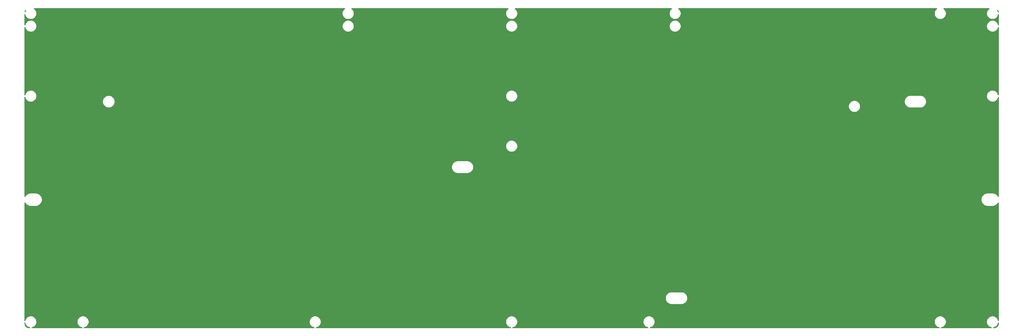
<source format=gbr>
%TF.GenerationSoftware,KiCad,Pcbnew,(5.1.9-0-10_14)*%
%TF.CreationDate,2021-02-02T06:14:29+09:00*%
%TF.ProjectId,Bottom_Plate_for_Jones_and_Unison,426f7474-6f6d-45f5-906c-6174655f666f,rev?*%
%TF.SameCoordinates,Original*%
%TF.FileFunction,Copper,L1,Top*%
%TF.FilePolarity,Positive*%
%FSLAX46Y46*%
G04 Gerber Fmt 4.6, Leading zero omitted, Abs format (unit mm)*
G04 Created by KiCad (PCBNEW (5.1.9-0-10_14)) date 2021-02-02 06:14:29*
%MOMM*%
%LPD*%
G01*
G04 APERTURE LIST*
%TA.AperFunction,NonConductor*%
%ADD10C,0.254000*%
%TD*%
%TA.AperFunction,NonConductor*%
%ADD11C,0.100000*%
%TD*%
G04 APERTURE END LIST*
D10*
X316565000Y-115111612D02*
X316538168Y-115385262D01*
X316469843Y-115611565D01*
X316358864Y-115820288D01*
X316209458Y-116003477D01*
X316027314Y-116154159D01*
X315819377Y-116266591D01*
X315593552Y-116336496D01*
X315322353Y-116365000D01*
X315121430Y-116365000D01*
X315356081Y-116318325D01*
X315671831Y-116187537D01*
X315955998Y-115997663D01*
X316197663Y-115755998D01*
X316387537Y-115471831D01*
X316518325Y-115156081D01*
X316565000Y-114921430D01*
X316565000Y-115111612D01*
%TA.AperFunction,NonConductor*%
D11*
G36*
X316565000Y-115111612D02*
G01*
X316538168Y-115385262D01*
X316469843Y-115611565D01*
X316358864Y-115820288D01*
X316209458Y-116003477D01*
X316027314Y-116154159D01*
X315819377Y-116266591D01*
X315593552Y-116336496D01*
X315322353Y-116365000D01*
X315121430Y-116365000D01*
X315356081Y-116318325D01*
X315671831Y-116187537D01*
X315955998Y-115997663D01*
X316197663Y-115755998D01*
X316387537Y-115471831D01*
X316518325Y-115156081D01*
X316565000Y-114921430D01*
X316565000Y-115111612D01*
G37*
%TD.AperFunction*%
D10*
X33181675Y-115156081D02*
X33312463Y-115471831D01*
X33502337Y-115755998D01*
X33744002Y-115997663D01*
X34028169Y-116187537D01*
X34343919Y-116318325D01*
X34578570Y-116365000D01*
X34388388Y-116365000D01*
X34114738Y-116338168D01*
X33888435Y-116269843D01*
X33679712Y-116158864D01*
X33496523Y-116009458D01*
X33345841Y-115827314D01*
X33233409Y-115619377D01*
X33163504Y-115393552D01*
X33135000Y-115122353D01*
X33135000Y-114921430D01*
X33181675Y-115156081D01*
%TA.AperFunction,NonConductor*%
D11*
G36*
X33181675Y-115156081D02*
G01*
X33312463Y-115471831D01*
X33502337Y-115755998D01*
X33744002Y-115997663D01*
X34028169Y-116187537D01*
X34343919Y-116318325D01*
X34578570Y-116365000D01*
X34388388Y-116365000D01*
X34114738Y-116338168D01*
X33888435Y-116269843D01*
X33679712Y-116158864D01*
X33496523Y-116009458D01*
X33345841Y-115827314D01*
X33233409Y-115619377D01*
X33163504Y-115393552D01*
X33135000Y-115122353D01*
X33135000Y-114921430D01*
X33181675Y-115156081D01*
G37*
%TD.AperFunction*%
D10*
X126144002Y-23402337D02*
X125902337Y-23644002D01*
X125712463Y-23928169D01*
X125581675Y-24243919D01*
X125515000Y-24579117D01*
X125515000Y-24920883D01*
X125581675Y-25256081D01*
X125712463Y-25571831D01*
X125902337Y-25855998D01*
X126144002Y-26097663D01*
X126428169Y-26287537D01*
X126743919Y-26418325D01*
X127079117Y-26485000D01*
X127420883Y-26485000D01*
X127756081Y-26418325D01*
X128071831Y-26287537D01*
X128355998Y-26097663D01*
X128597663Y-25855998D01*
X128787537Y-25571831D01*
X128918325Y-25256081D01*
X128985000Y-24920883D01*
X128985000Y-24579117D01*
X128918325Y-24243919D01*
X128787537Y-23928169D01*
X128597663Y-23644002D01*
X128355998Y-23402337D01*
X128255221Y-23335000D01*
X173844779Y-23335000D01*
X173744002Y-23402337D01*
X173502337Y-23644002D01*
X173312463Y-23928169D01*
X173181675Y-24243919D01*
X173115000Y-24579117D01*
X173115000Y-24920883D01*
X173181675Y-25256081D01*
X173312463Y-25571831D01*
X173502337Y-25855998D01*
X173744002Y-26097663D01*
X174028169Y-26287537D01*
X174343919Y-26418325D01*
X174679117Y-26485000D01*
X175020883Y-26485000D01*
X175356081Y-26418325D01*
X175671831Y-26287537D01*
X175955998Y-26097663D01*
X176197663Y-25855998D01*
X176387537Y-25571831D01*
X176518325Y-25256081D01*
X176585000Y-24920883D01*
X176585000Y-24579117D01*
X176518325Y-24243919D01*
X176387537Y-23928169D01*
X176197663Y-23644002D01*
X175955998Y-23402337D01*
X175855221Y-23335000D01*
X221444779Y-23335000D01*
X221344002Y-23402337D01*
X221102337Y-23644002D01*
X220912463Y-23928169D01*
X220781675Y-24243919D01*
X220715000Y-24579117D01*
X220715000Y-24920883D01*
X220781675Y-25256081D01*
X220912463Y-25571831D01*
X221102337Y-25855998D01*
X221344002Y-26097663D01*
X221628169Y-26287537D01*
X221943919Y-26418325D01*
X222279117Y-26485000D01*
X222620883Y-26485000D01*
X222956081Y-26418325D01*
X223271831Y-26287537D01*
X223555998Y-26097663D01*
X223797663Y-25855998D01*
X223987537Y-25571831D01*
X224118325Y-25256081D01*
X224185000Y-24920883D01*
X224185000Y-24579117D01*
X224118325Y-24243919D01*
X223987537Y-23928169D01*
X223797663Y-23644002D01*
X223555998Y-23402337D01*
X223455221Y-23335000D01*
X298644779Y-23335000D01*
X298544002Y-23402337D01*
X298302337Y-23644002D01*
X298112463Y-23928169D01*
X297981675Y-24243919D01*
X297915000Y-24579117D01*
X297915000Y-24920883D01*
X297981675Y-25256081D01*
X298112463Y-25571831D01*
X298302337Y-25855998D01*
X298544002Y-26097663D01*
X298828169Y-26287537D01*
X299143919Y-26418325D01*
X299479117Y-26485000D01*
X299820883Y-26485000D01*
X300156081Y-26418325D01*
X300471831Y-26287537D01*
X300755998Y-26097663D01*
X300997663Y-25855998D01*
X301187537Y-25571831D01*
X301318325Y-25256081D01*
X301385000Y-24920883D01*
X301385000Y-24579117D01*
X301318325Y-24243919D01*
X301187537Y-23928169D01*
X300997663Y-23644002D01*
X300755998Y-23402337D01*
X300655221Y-23335000D01*
X313844779Y-23335000D01*
X313744002Y-23402337D01*
X313502337Y-23644002D01*
X313312463Y-23928169D01*
X313181675Y-24243919D01*
X313115000Y-24579117D01*
X313115000Y-24920883D01*
X313181675Y-25256081D01*
X313312463Y-25571831D01*
X313502337Y-25855998D01*
X313744002Y-26097663D01*
X314028169Y-26287537D01*
X314343919Y-26418325D01*
X314679117Y-26485000D01*
X315020883Y-26485000D01*
X315356081Y-26418325D01*
X315671831Y-26287537D01*
X315955998Y-26097663D01*
X316197663Y-25855998D01*
X316387537Y-25571831D01*
X316518325Y-25256081D01*
X316565001Y-25021425D01*
X316565001Y-28178575D01*
X316518325Y-27943919D01*
X316387537Y-27628169D01*
X316197663Y-27344002D01*
X315955998Y-27102337D01*
X315671831Y-26912463D01*
X315356081Y-26781675D01*
X315020883Y-26715000D01*
X314679117Y-26715000D01*
X314343919Y-26781675D01*
X314028169Y-26912463D01*
X313744002Y-27102337D01*
X313502337Y-27344002D01*
X313312463Y-27628169D01*
X313181675Y-27943919D01*
X313115000Y-28279117D01*
X313115000Y-28620883D01*
X313181675Y-28956081D01*
X313312463Y-29271831D01*
X313502337Y-29555998D01*
X313744002Y-29797663D01*
X314028169Y-29987537D01*
X314343919Y-30118325D01*
X314679117Y-30185000D01*
X315020883Y-30185000D01*
X315356081Y-30118325D01*
X315671831Y-29987537D01*
X315955998Y-29797663D01*
X316197663Y-29555998D01*
X316387537Y-29271831D01*
X316518325Y-28956081D01*
X316565001Y-28721425D01*
X316565001Y-48578574D01*
X316518325Y-48343919D01*
X316387537Y-48028169D01*
X316197663Y-47744002D01*
X315955998Y-47502337D01*
X315671831Y-47312463D01*
X315356081Y-47181675D01*
X315020883Y-47115000D01*
X314679117Y-47115000D01*
X314343919Y-47181675D01*
X314028169Y-47312463D01*
X313744002Y-47502337D01*
X313502337Y-47744002D01*
X313312463Y-48028169D01*
X313181675Y-48343919D01*
X313115000Y-48679117D01*
X313115000Y-49020883D01*
X313181675Y-49356081D01*
X313312463Y-49671831D01*
X313502337Y-49955998D01*
X313744002Y-50197663D01*
X314028169Y-50387537D01*
X314343919Y-50518325D01*
X314679117Y-50585000D01*
X315020883Y-50585000D01*
X315356081Y-50518325D01*
X315671831Y-50387537D01*
X315955998Y-50197663D01*
X316197663Y-49955998D01*
X316387537Y-49671831D01*
X316518325Y-49356081D01*
X316565001Y-49121426D01*
X316565000Y-78153719D01*
X316466678Y-77969770D01*
X316224872Y-77675128D01*
X315930230Y-77433322D01*
X315594075Y-77253644D01*
X315229326Y-77142998D01*
X314945055Y-77115000D01*
X313354945Y-77115000D01*
X313070674Y-77142998D01*
X312705925Y-77253644D01*
X312369770Y-77433322D01*
X312075128Y-77675128D01*
X311833322Y-77969770D01*
X311653644Y-78305925D01*
X311542998Y-78670674D01*
X311505638Y-79050000D01*
X311542998Y-79429326D01*
X311653644Y-79794075D01*
X311833322Y-80130230D01*
X312075128Y-80424872D01*
X312369770Y-80666678D01*
X312705925Y-80846356D01*
X313070674Y-80957002D01*
X313354945Y-80985000D01*
X314945055Y-80985000D01*
X315229326Y-80957002D01*
X315594075Y-80846356D01*
X315930230Y-80666678D01*
X316224872Y-80424872D01*
X316466678Y-80130230D01*
X316565000Y-79946281D01*
X316565000Y-114378570D01*
X316518325Y-114143919D01*
X316387537Y-113828169D01*
X316197663Y-113544002D01*
X315955998Y-113302337D01*
X315671831Y-113112463D01*
X315356081Y-112981675D01*
X315020883Y-112915000D01*
X314679117Y-112915000D01*
X314343919Y-112981675D01*
X314028169Y-113112463D01*
X313744002Y-113302337D01*
X313502337Y-113544002D01*
X313312463Y-113828169D01*
X313181675Y-114143919D01*
X313115000Y-114479117D01*
X313115000Y-114820883D01*
X313181675Y-115156081D01*
X313312463Y-115471831D01*
X313502337Y-115755998D01*
X313744002Y-115997663D01*
X314028169Y-116187537D01*
X314343919Y-116318325D01*
X314578570Y-116365000D01*
X299921430Y-116365000D01*
X300156081Y-116318325D01*
X300471831Y-116187537D01*
X300755998Y-115997663D01*
X300997663Y-115755998D01*
X301187537Y-115471831D01*
X301318325Y-115156081D01*
X301385000Y-114820883D01*
X301385000Y-114479117D01*
X301318325Y-114143919D01*
X301187537Y-113828169D01*
X300997663Y-113544002D01*
X300755998Y-113302337D01*
X300471831Y-113112463D01*
X300156081Y-112981675D01*
X299820883Y-112915000D01*
X299479117Y-112915000D01*
X299143919Y-112981675D01*
X298828169Y-113112463D01*
X298544002Y-113302337D01*
X298302337Y-113544002D01*
X298112463Y-113828169D01*
X297981675Y-114143919D01*
X297915000Y-114479117D01*
X297915000Y-114820883D01*
X297981675Y-115156081D01*
X298112463Y-115471831D01*
X298302337Y-115755998D01*
X298544002Y-115997663D01*
X298828169Y-116187537D01*
X299143919Y-116318325D01*
X299378570Y-116365000D01*
X215121430Y-116365000D01*
X215356081Y-116318325D01*
X215671831Y-116187537D01*
X215955998Y-115997663D01*
X216197663Y-115755998D01*
X216387537Y-115471831D01*
X216518325Y-115156081D01*
X216585000Y-114820883D01*
X216585000Y-114479117D01*
X216518325Y-114143919D01*
X216387537Y-113828169D01*
X216197663Y-113544002D01*
X215955998Y-113302337D01*
X215671831Y-113112463D01*
X215356081Y-112981675D01*
X215020883Y-112915000D01*
X214679117Y-112915000D01*
X214343919Y-112981675D01*
X214028169Y-113112463D01*
X213744002Y-113302337D01*
X213502337Y-113544002D01*
X213312463Y-113828169D01*
X213181675Y-114143919D01*
X213115000Y-114479117D01*
X213115000Y-114820883D01*
X213181675Y-115156081D01*
X213312463Y-115471831D01*
X213502337Y-115755998D01*
X213744002Y-115997663D01*
X214028169Y-116187537D01*
X214343919Y-116318325D01*
X214578570Y-116365000D01*
X175121430Y-116365000D01*
X175356081Y-116318325D01*
X175671831Y-116187537D01*
X175955998Y-115997663D01*
X176197663Y-115755998D01*
X176387537Y-115471831D01*
X176518325Y-115156081D01*
X176585000Y-114820883D01*
X176585000Y-114479117D01*
X176518325Y-114143919D01*
X176387537Y-113828169D01*
X176197663Y-113544002D01*
X175955998Y-113302337D01*
X175671831Y-113112463D01*
X175356081Y-112981675D01*
X175020883Y-112915000D01*
X174679117Y-112915000D01*
X174343919Y-112981675D01*
X174028169Y-113112463D01*
X173744002Y-113302337D01*
X173502337Y-113544002D01*
X173312463Y-113828169D01*
X173181675Y-114143919D01*
X173115000Y-114479117D01*
X173115000Y-114820883D01*
X173181675Y-115156081D01*
X173312463Y-115471831D01*
X173502337Y-115755998D01*
X173744002Y-115997663D01*
X174028169Y-116187537D01*
X174343919Y-116318325D01*
X174578570Y-116365000D01*
X117921430Y-116365000D01*
X118156081Y-116318325D01*
X118471831Y-116187537D01*
X118755998Y-115997663D01*
X118997663Y-115755998D01*
X119187537Y-115471831D01*
X119318325Y-115156081D01*
X119385000Y-114820883D01*
X119385000Y-114479117D01*
X119318325Y-114143919D01*
X119187537Y-113828169D01*
X118997663Y-113544002D01*
X118755998Y-113302337D01*
X118471831Y-113112463D01*
X118156081Y-112981675D01*
X117820883Y-112915000D01*
X117479117Y-112915000D01*
X117143919Y-112981675D01*
X116828169Y-113112463D01*
X116544002Y-113302337D01*
X116302337Y-113544002D01*
X116112463Y-113828169D01*
X115981675Y-114143919D01*
X115915000Y-114479117D01*
X115915000Y-114820883D01*
X115981675Y-115156081D01*
X116112463Y-115471831D01*
X116302337Y-115755998D01*
X116544002Y-115997663D01*
X116828169Y-116187537D01*
X117143919Y-116318325D01*
X117378570Y-116365000D01*
X50321430Y-116365000D01*
X50556081Y-116318325D01*
X50871831Y-116187537D01*
X51155998Y-115997663D01*
X51397663Y-115755998D01*
X51587537Y-115471831D01*
X51718325Y-115156081D01*
X51785000Y-114820883D01*
X51785000Y-114479117D01*
X51718325Y-114143919D01*
X51587537Y-113828169D01*
X51397663Y-113544002D01*
X51155998Y-113302337D01*
X50871831Y-113112463D01*
X50556081Y-112981675D01*
X50220883Y-112915000D01*
X49879117Y-112915000D01*
X49543919Y-112981675D01*
X49228169Y-113112463D01*
X48944002Y-113302337D01*
X48702337Y-113544002D01*
X48512463Y-113828169D01*
X48381675Y-114143919D01*
X48315000Y-114479117D01*
X48315000Y-114820883D01*
X48381675Y-115156081D01*
X48512463Y-115471831D01*
X48702337Y-115755998D01*
X48944002Y-115997663D01*
X49228169Y-116187537D01*
X49543919Y-116318325D01*
X49778570Y-116365000D01*
X35121430Y-116365000D01*
X35356081Y-116318325D01*
X35671831Y-116187537D01*
X35955998Y-115997663D01*
X36197663Y-115755998D01*
X36387537Y-115471831D01*
X36518325Y-115156081D01*
X36585000Y-114820883D01*
X36585000Y-114479117D01*
X36518325Y-114143919D01*
X36387537Y-113828169D01*
X36197663Y-113544002D01*
X35955998Y-113302337D01*
X35671831Y-113112463D01*
X35356081Y-112981675D01*
X35020883Y-112915000D01*
X34679117Y-112915000D01*
X34343919Y-112981675D01*
X34028169Y-113112463D01*
X33744002Y-113302337D01*
X33502337Y-113544002D01*
X33312463Y-113828169D01*
X33181675Y-114143919D01*
X33135000Y-114378570D01*
X33135000Y-107750000D01*
X219606122Y-107750000D01*
X219641552Y-108109723D01*
X219746479Y-108455622D01*
X219916871Y-108774404D01*
X220146181Y-109053819D01*
X220425596Y-109283129D01*
X220744378Y-109453521D01*
X221090277Y-109558448D01*
X221359861Y-109585000D01*
X224340139Y-109585000D01*
X224609723Y-109558448D01*
X224955622Y-109453521D01*
X225274404Y-109283129D01*
X225553819Y-109053819D01*
X225783129Y-108774404D01*
X225953521Y-108455622D01*
X226058448Y-108109723D01*
X226093878Y-107750000D01*
X226058448Y-107390277D01*
X225953521Y-107044378D01*
X225783129Y-106725596D01*
X225553819Y-106446181D01*
X225274404Y-106216871D01*
X224955622Y-106046479D01*
X224609723Y-105941552D01*
X224340139Y-105915000D01*
X221359861Y-105915000D01*
X221090277Y-105941552D01*
X220744378Y-106046479D01*
X220425596Y-106216871D01*
X220146181Y-106446181D01*
X219916871Y-106725596D01*
X219746479Y-107044378D01*
X219641552Y-107390277D01*
X219606122Y-107750000D01*
X33135000Y-107750000D01*
X33135000Y-79946282D01*
X33233322Y-80130230D01*
X33475128Y-80424872D01*
X33769770Y-80666678D01*
X34105925Y-80846356D01*
X34470674Y-80957002D01*
X34754945Y-80985000D01*
X36345055Y-80985000D01*
X36629326Y-80957002D01*
X36994075Y-80846356D01*
X37330230Y-80666678D01*
X37624872Y-80424872D01*
X37866678Y-80130230D01*
X38046356Y-79794075D01*
X38157002Y-79429326D01*
X38194362Y-79050000D01*
X38157002Y-78670674D01*
X38046356Y-78305925D01*
X37866678Y-77969770D01*
X37624872Y-77675128D01*
X37330230Y-77433322D01*
X36994075Y-77253644D01*
X36629326Y-77142998D01*
X36345055Y-77115000D01*
X34754945Y-77115000D01*
X34470674Y-77142998D01*
X34105925Y-77253644D01*
X33769770Y-77433322D01*
X33475128Y-77675128D01*
X33233322Y-77969770D01*
X33135000Y-78153718D01*
X33135000Y-69550000D01*
X157306122Y-69550000D01*
X157341552Y-69909723D01*
X157446479Y-70255622D01*
X157616871Y-70574404D01*
X157846181Y-70853819D01*
X158125596Y-71083129D01*
X158444378Y-71253521D01*
X158790277Y-71358448D01*
X159059861Y-71385000D01*
X162040139Y-71385000D01*
X162309723Y-71358448D01*
X162655622Y-71253521D01*
X162974404Y-71083129D01*
X163253819Y-70853819D01*
X163483129Y-70574404D01*
X163653521Y-70255622D01*
X163758448Y-69909723D01*
X163793878Y-69550000D01*
X163758448Y-69190277D01*
X163653521Y-68844378D01*
X163483129Y-68525596D01*
X163253819Y-68246181D01*
X162974404Y-68016871D01*
X162655622Y-67846479D01*
X162309723Y-67741552D01*
X162040139Y-67715000D01*
X159059861Y-67715000D01*
X158790277Y-67741552D01*
X158444378Y-67846479D01*
X158125596Y-68016871D01*
X157846181Y-68246181D01*
X157616871Y-68525596D01*
X157446479Y-68844378D01*
X157341552Y-69190277D01*
X157306122Y-69550000D01*
X33135000Y-69550000D01*
X33135000Y-63279117D01*
X173115000Y-63279117D01*
X173115000Y-63620883D01*
X173181675Y-63956081D01*
X173312463Y-64271831D01*
X173502337Y-64555998D01*
X173744002Y-64797663D01*
X174028169Y-64987537D01*
X174343919Y-65118325D01*
X174679117Y-65185000D01*
X175020883Y-65185000D01*
X175356081Y-65118325D01*
X175671831Y-64987537D01*
X175955998Y-64797663D01*
X176197663Y-64555998D01*
X176387537Y-64271831D01*
X176518325Y-63956081D01*
X176585000Y-63620883D01*
X176585000Y-63279117D01*
X176518325Y-62943919D01*
X176387537Y-62628169D01*
X176197663Y-62344002D01*
X175955998Y-62102337D01*
X175671831Y-61912463D01*
X175356081Y-61781675D01*
X175020883Y-61715000D01*
X174679117Y-61715000D01*
X174343919Y-61781675D01*
X174028169Y-61912463D01*
X173744002Y-62102337D01*
X173502337Y-62344002D01*
X173312463Y-62628169D01*
X173181675Y-62943919D01*
X173115000Y-63279117D01*
X33135000Y-63279117D01*
X33135000Y-49121430D01*
X33181675Y-49356081D01*
X33312463Y-49671831D01*
X33502337Y-49955998D01*
X33744002Y-50197663D01*
X34028169Y-50387537D01*
X34343919Y-50518325D01*
X34679117Y-50585000D01*
X35020883Y-50585000D01*
X35356081Y-50518325D01*
X35671831Y-50387537D01*
X35848833Y-50269268D01*
X55715000Y-50269268D01*
X55715000Y-50630732D01*
X55785518Y-50985250D01*
X55923844Y-51319199D01*
X56124662Y-51619744D01*
X56380256Y-51875338D01*
X56680801Y-52076156D01*
X57014750Y-52214482D01*
X57369268Y-52285000D01*
X57730732Y-52285000D01*
X58085250Y-52214482D01*
X58419199Y-52076156D01*
X58719744Y-51875338D01*
X58915965Y-51679117D01*
X272915000Y-51679117D01*
X272915000Y-52020883D01*
X272981675Y-52356081D01*
X273112463Y-52671831D01*
X273302337Y-52955998D01*
X273544002Y-53197663D01*
X273828169Y-53387537D01*
X274143919Y-53518325D01*
X274479117Y-53585000D01*
X274820883Y-53585000D01*
X275156081Y-53518325D01*
X275471831Y-53387537D01*
X275755998Y-53197663D01*
X275997663Y-52955998D01*
X276187537Y-52671831D01*
X276318325Y-52356081D01*
X276385000Y-52020883D01*
X276385000Y-51679117D01*
X276318325Y-51343919D01*
X276187537Y-51028169D01*
X275997663Y-50744002D01*
X275755998Y-50502337D01*
X275677671Y-50450000D01*
X289156122Y-50450000D01*
X289191552Y-50809723D01*
X289296479Y-51155622D01*
X289466871Y-51474404D01*
X289696181Y-51753819D01*
X289975596Y-51983129D01*
X290294378Y-52153521D01*
X290640277Y-52258448D01*
X290909861Y-52285000D01*
X293890139Y-52285000D01*
X294159723Y-52258448D01*
X294505622Y-52153521D01*
X294824404Y-51983129D01*
X295103819Y-51753819D01*
X295333129Y-51474404D01*
X295503521Y-51155622D01*
X295608448Y-50809723D01*
X295643878Y-50450000D01*
X295608448Y-50090277D01*
X295503521Y-49744378D01*
X295333129Y-49425596D01*
X295103819Y-49146181D01*
X294824404Y-48916871D01*
X294505622Y-48746479D01*
X294159723Y-48641552D01*
X293890139Y-48615000D01*
X290909861Y-48615000D01*
X290640277Y-48641552D01*
X290294378Y-48746479D01*
X289975596Y-48916871D01*
X289696181Y-49146181D01*
X289466871Y-49425596D01*
X289296479Y-49744378D01*
X289191552Y-50090277D01*
X289156122Y-50450000D01*
X275677671Y-50450000D01*
X275471831Y-50312463D01*
X275156081Y-50181675D01*
X274820883Y-50115000D01*
X274479117Y-50115000D01*
X274143919Y-50181675D01*
X273828169Y-50312463D01*
X273544002Y-50502337D01*
X273302337Y-50744002D01*
X273112463Y-51028169D01*
X272981675Y-51343919D01*
X272915000Y-51679117D01*
X58915965Y-51679117D01*
X58975338Y-51619744D01*
X59176156Y-51319199D01*
X59314482Y-50985250D01*
X59385000Y-50630732D01*
X59385000Y-50269268D01*
X59314482Y-49914750D01*
X59176156Y-49580801D01*
X58975338Y-49280256D01*
X58719744Y-49024662D01*
X58419199Y-48823844D01*
X58085250Y-48685518D01*
X58053070Y-48679117D01*
X173115000Y-48679117D01*
X173115000Y-49020883D01*
X173181675Y-49356081D01*
X173312463Y-49671831D01*
X173502337Y-49955998D01*
X173744002Y-50197663D01*
X174028169Y-50387537D01*
X174343919Y-50518325D01*
X174679117Y-50585000D01*
X175020883Y-50585000D01*
X175356081Y-50518325D01*
X175671831Y-50387537D01*
X175955998Y-50197663D01*
X176197663Y-49955998D01*
X176387537Y-49671831D01*
X176518325Y-49356081D01*
X176585000Y-49020883D01*
X176585000Y-48679117D01*
X176518325Y-48343919D01*
X176387537Y-48028169D01*
X176197663Y-47744002D01*
X175955998Y-47502337D01*
X175671831Y-47312463D01*
X175356081Y-47181675D01*
X175020883Y-47115000D01*
X174679117Y-47115000D01*
X174343919Y-47181675D01*
X174028169Y-47312463D01*
X173744002Y-47502337D01*
X173502337Y-47744002D01*
X173312463Y-48028169D01*
X173181675Y-48343919D01*
X173115000Y-48679117D01*
X58053070Y-48679117D01*
X57730732Y-48615000D01*
X57369268Y-48615000D01*
X57014750Y-48685518D01*
X56680801Y-48823844D01*
X56380256Y-49024662D01*
X56124662Y-49280256D01*
X55923844Y-49580801D01*
X55785518Y-49914750D01*
X55715000Y-50269268D01*
X35848833Y-50269268D01*
X35955998Y-50197663D01*
X36197663Y-49955998D01*
X36387537Y-49671831D01*
X36518325Y-49356081D01*
X36585000Y-49020883D01*
X36585000Y-48679117D01*
X36518325Y-48343919D01*
X36387537Y-48028169D01*
X36197663Y-47744002D01*
X35955998Y-47502337D01*
X35671831Y-47312463D01*
X35356081Y-47181675D01*
X35020883Y-47115000D01*
X34679117Y-47115000D01*
X34343919Y-47181675D01*
X34028169Y-47312463D01*
X33744002Y-47502337D01*
X33502337Y-47744002D01*
X33312463Y-48028169D01*
X33181675Y-48343919D01*
X33135000Y-48578570D01*
X33135000Y-28721430D01*
X33181675Y-28956081D01*
X33312463Y-29271831D01*
X33502337Y-29555998D01*
X33744002Y-29797663D01*
X34028169Y-29987537D01*
X34343919Y-30118325D01*
X34679117Y-30185000D01*
X35020883Y-30185000D01*
X35356081Y-30118325D01*
X35671831Y-29987537D01*
X35955998Y-29797663D01*
X36197663Y-29555998D01*
X36387537Y-29271831D01*
X36518325Y-28956081D01*
X36585000Y-28620883D01*
X36585000Y-28279117D01*
X125515000Y-28279117D01*
X125515000Y-28620883D01*
X125581675Y-28956081D01*
X125712463Y-29271831D01*
X125902337Y-29555998D01*
X126144002Y-29797663D01*
X126428169Y-29987537D01*
X126743919Y-30118325D01*
X127079117Y-30185000D01*
X127420883Y-30185000D01*
X127756081Y-30118325D01*
X128071831Y-29987537D01*
X128355998Y-29797663D01*
X128597663Y-29555998D01*
X128787537Y-29271831D01*
X128918325Y-28956081D01*
X128985000Y-28620883D01*
X128985000Y-28279117D01*
X173115000Y-28279117D01*
X173115000Y-28620883D01*
X173181675Y-28956081D01*
X173312463Y-29271831D01*
X173502337Y-29555998D01*
X173744002Y-29797663D01*
X174028169Y-29987537D01*
X174343919Y-30118325D01*
X174679117Y-30185000D01*
X175020883Y-30185000D01*
X175356081Y-30118325D01*
X175671831Y-29987537D01*
X175955998Y-29797663D01*
X176197663Y-29555998D01*
X176387537Y-29271831D01*
X176518325Y-28956081D01*
X176585000Y-28620883D01*
X176585000Y-28279117D01*
X220715000Y-28279117D01*
X220715000Y-28620883D01*
X220781675Y-28956081D01*
X220912463Y-29271831D01*
X221102337Y-29555998D01*
X221344002Y-29797663D01*
X221628169Y-29987537D01*
X221943919Y-30118325D01*
X222279117Y-30185000D01*
X222620883Y-30185000D01*
X222956081Y-30118325D01*
X223271831Y-29987537D01*
X223555998Y-29797663D01*
X223797663Y-29555998D01*
X223987537Y-29271831D01*
X224118325Y-28956081D01*
X224185000Y-28620883D01*
X224185000Y-28279117D01*
X224118325Y-27943919D01*
X223987537Y-27628169D01*
X223797663Y-27344002D01*
X223555998Y-27102337D01*
X223271831Y-26912463D01*
X222956081Y-26781675D01*
X222620883Y-26715000D01*
X222279117Y-26715000D01*
X221943919Y-26781675D01*
X221628169Y-26912463D01*
X221344002Y-27102337D01*
X221102337Y-27344002D01*
X220912463Y-27628169D01*
X220781675Y-27943919D01*
X220715000Y-28279117D01*
X176585000Y-28279117D01*
X176518325Y-27943919D01*
X176387537Y-27628169D01*
X176197663Y-27344002D01*
X175955998Y-27102337D01*
X175671831Y-26912463D01*
X175356081Y-26781675D01*
X175020883Y-26715000D01*
X174679117Y-26715000D01*
X174343919Y-26781675D01*
X174028169Y-26912463D01*
X173744002Y-27102337D01*
X173502337Y-27344002D01*
X173312463Y-27628169D01*
X173181675Y-27943919D01*
X173115000Y-28279117D01*
X128985000Y-28279117D01*
X128918325Y-27943919D01*
X128787537Y-27628169D01*
X128597663Y-27344002D01*
X128355998Y-27102337D01*
X128071831Y-26912463D01*
X127756081Y-26781675D01*
X127420883Y-26715000D01*
X127079117Y-26715000D01*
X126743919Y-26781675D01*
X126428169Y-26912463D01*
X126144002Y-27102337D01*
X125902337Y-27344002D01*
X125712463Y-27628169D01*
X125581675Y-27943919D01*
X125515000Y-28279117D01*
X36585000Y-28279117D01*
X36518325Y-27943919D01*
X36387537Y-27628169D01*
X36197663Y-27344002D01*
X35955998Y-27102337D01*
X35671831Y-26912463D01*
X35356081Y-26781675D01*
X35020883Y-26715000D01*
X34679117Y-26715000D01*
X34343919Y-26781675D01*
X34028169Y-26912463D01*
X33744002Y-27102337D01*
X33502337Y-27344002D01*
X33312463Y-27628169D01*
X33181675Y-27943919D01*
X33135000Y-28178570D01*
X33135000Y-25021430D01*
X33181675Y-25256081D01*
X33312463Y-25571831D01*
X33502337Y-25855998D01*
X33744002Y-26097663D01*
X34028169Y-26287537D01*
X34343919Y-26418325D01*
X34679117Y-26485000D01*
X35020883Y-26485000D01*
X35356081Y-26418325D01*
X35671831Y-26287537D01*
X35955998Y-26097663D01*
X36197663Y-25855998D01*
X36387537Y-25571831D01*
X36518325Y-25256081D01*
X36585000Y-24920883D01*
X36585000Y-24579117D01*
X36518325Y-24243919D01*
X36387537Y-23928169D01*
X36197663Y-23644002D01*
X35955998Y-23402337D01*
X35855221Y-23335000D01*
X126244779Y-23335000D01*
X126144002Y-23402337D01*
%TA.AperFunction,NonConductor*%
D11*
G36*
X126144002Y-23402337D02*
G01*
X125902337Y-23644002D01*
X125712463Y-23928169D01*
X125581675Y-24243919D01*
X125515000Y-24579117D01*
X125515000Y-24920883D01*
X125581675Y-25256081D01*
X125712463Y-25571831D01*
X125902337Y-25855998D01*
X126144002Y-26097663D01*
X126428169Y-26287537D01*
X126743919Y-26418325D01*
X127079117Y-26485000D01*
X127420883Y-26485000D01*
X127756081Y-26418325D01*
X128071831Y-26287537D01*
X128355998Y-26097663D01*
X128597663Y-25855998D01*
X128787537Y-25571831D01*
X128918325Y-25256081D01*
X128985000Y-24920883D01*
X128985000Y-24579117D01*
X128918325Y-24243919D01*
X128787537Y-23928169D01*
X128597663Y-23644002D01*
X128355998Y-23402337D01*
X128255221Y-23335000D01*
X173844779Y-23335000D01*
X173744002Y-23402337D01*
X173502337Y-23644002D01*
X173312463Y-23928169D01*
X173181675Y-24243919D01*
X173115000Y-24579117D01*
X173115000Y-24920883D01*
X173181675Y-25256081D01*
X173312463Y-25571831D01*
X173502337Y-25855998D01*
X173744002Y-26097663D01*
X174028169Y-26287537D01*
X174343919Y-26418325D01*
X174679117Y-26485000D01*
X175020883Y-26485000D01*
X175356081Y-26418325D01*
X175671831Y-26287537D01*
X175955998Y-26097663D01*
X176197663Y-25855998D01*
X176387537Y-25571831D01*
X176518325Y-25256081D01*
X176585000Y-24920883D01*
X176585000Y-24579117D01*
X176518325Y-24243919D01*
X176387537Y-23928169D01*
X176197663Y-23644002D01*
X175955998Y-23402337D01*
X175855221Y-23335000D01*
X221444779Y-23335000D01*
X221344002Y-23402337D01*
X221102337Y-23644002D01*
X220912463Y-23928169D01*
X220781675Y-24243919D01*
X220715000Y-24579117D01*
X220715000Y-24920883D01*
X220781675Y-25256081D01*
X220912463Y-25571831D01*
X221102337Y-25855998D01*
X221344002Y-26097663D01*
X221628169Y-26287537D01*
X221943919Y-26418325D01*
X222279117Y-26485000D01*
X222620883Y-26485000D01*
X222956081Y-26418325D01*
X223271831Y-26287537D01*
X223555998Y-26097663D01*
X223797663Y-25855998D01*
X223987537Y-25571831D01*
X224118325Y-25256081D01*
X224185000Y-24920883D01*
X224185000Y-24579117D01*
X224118325Y-24243919D01*
X223987537Y-23928169D01*
X223797663Y-23644002D01*
X223555998Y-23402337D01*
X223455221Y-23335000D01*
X298644779Y-23335000D01*
X298544002Y-23402337D01*
X298302337Y-23644002D01*
X298112463Y-23928169D01*
X297981675Y-24243919D01*
X297915000Y-24579117D01*
X297915000Y-24920883D01*
X297981675Y-25256081D01*
X298112463Y-25571831D01*
X298302337Y-25855998D01*
X298544002Y-26097663D01*
X298828169Y-26287537D01*
X299143919Y-26418325D01*
X299479117Y-26485000D01*
X299820883Y-26485000D01*
X300156081Y-26418325D01*
X300471831Y-26287537D01*
X300755998Y-26097663D01*
X300997663Y-25855998D01*
X301187537Y-25571831D01*
X301318325Y-25256081D01*
X301385000Y-24920883D01*
X301385000Y-24579117D01*
X301318325Y-24243919D01*
X301187537Y-23928169D01*
X300997663Y-23644002D01*
X300755998Y-23402337D01*
X300655221Y-23335000D01*
X313844779Y-23335000D01*
X313744002Y-23402337D01*
X313502337Y-23644002D01*
X313312463Y-23928169D01*
X313181675Y-24243919D01*
X313115000Y-24579117D01*
X313115000Y-24920883D01*
X313181675Y-25256081D01*
X313312463Y-25571831D01*
X313502337Y-25855998D01*
X313744002Y-26097663D01*
X314028169Y-26287537D01*
X314343919Y-26418325D01*
X314679117Y-26485000D01*
X315020883Y-26485000D01*
X315356081Y-26418325D01*
X315671831Y-26287537D01*
X315955998Y-26097663D01*
X316197663Y-25855998D01*
X316387537Y-25571831D01*
X316518325Y-25256081D01*
X316565001Y-25021425D01*
X316565001Y-28178575D01*
X316518325Y-27943919D01*
X316387537Y-27628169D01*
X316197663Y-27344002D01*
X315955998Y-27102337D01*
X315671831Y-26912463D01*
X315356081Y-26781675D01*
X315020883Y-26715000D01*
X314679117Y-26715000D01*
X314343919Y-26781675D01*
X314028169Y-26912463D01*
X313744002Y-27102337D01*
X313502337Y-27344002D01*
X313312463Y-27628169D01*
X313181675Y-27943919D01*
X313115000Y-28279117D01*
X313115000Y-28620883D01*
X313181675Y-28956081D01*
X313312463Y-29271831D01*
X313502337Y-29555998D01*
X313744002Y-29797663D01*
X314028169Y-29987537D01*
X314343919Y-30118325D01*
X314679117Y-30185000D01*
X315020883Y-30185000D01*
X315356081Y-30118325D01*
X315671831Y-29987537D01*
X315955998Y-29797663D01*
X316197663Y-29555998D01*
X316387537Y-29271831D01*
X316518325Y-28956081D01*
X316565001Y-28721425D01*
X316565001Y-48578574D01*
X316518325Y-48343919D01*
X316387537Y-48028169D01*
X316197663Y-47744002D01*
X315955998Y-47502337D01*
X315671831Y-47312463D01*
X315356081Y-47181675D01*
X315020883Y-47115000D01*
X314679117Y-47115000D01*
X314343919Y-47181675D01*
X314028169Y-47312463D01*
X313744002Y-47502337D01*
X313502337Y-47744002D01*
X313312463Y-48028169D01*
X313181675Y-48343919D01*
X313115000Y-48679117D01*
X313115000Y-49020883D01*
X313181675Y-49356081D01*
X313312463Y-49671831D01*
X313502337Y-49955998D01*
X313744002Y-50197663D01*
X314028169Y-50387537D01*
X314343919Y-50518325D01*
X314679117Y-50585000D01*
X315020883Y-50585000D01*
X315356081Y-50518325D01*
X315671831Y-50387537D01*
X315955998Y-50197663D01*
X316197663Y-49955998D01*
X316387537Y-49671831D01*
X316518325Y-49356081D01*
X316565001Y-49121426D01*
X316565000Y-78153719D01*
X316466678Y-77969770D01*
X316224872Y-77675128D01*
X315930230Y-77433322D01*
X315594075Y-77253644D01*
X315229326Y-77142998D01*
X314945055Y-77115000D01*
X313354945Y-77115000D01*
X313070674Y-77142998D01*
X312705925Y-77253644D01*
X312369770Y-77433322D01*
X312075128Y-77675128D01*
X311833322Y-77969770D01*
X311653644Y-78305925D01*
X311542998Y-78670674D01*
X311505638Y-79050000D01*
X311542998Y-79429326D01*
X311653644Y-79794075D01*
X311833322Y-80130230D01*
X312075128Y-80424872D01*
X312369770Y-80666678D01*
X312705925Y-80846356D01*
X313070674Y-80957002D01*
X313354945Y-80985000D01*
X314945055Y-80985000D01*
X315229326Y-80957002D01*
X315594075Y-80846356D01*
X315930230Y-80666678D01*
X316224872Y-80424872D01*
X316466678Y-80130230D01*
X316565000Y-79946281D01*
X316565000Y-114378570D01*
X316518325Y-114143919D01*
X316387537Y-113828169D01*
X316197663Y-113544002D01*
X315955998Y-113302337D01*
X315671831Y-113112463D01*
X315356081Y-112981675D01*
X315020883Y-112915000D01*
X314679117Y-112915000D01*
X314343919Y-112981675D01*
X314028169Y-113112463D01*
X313744002Y-113302337D01*
X313502337Y-113544002D01*
X313312463Y-113828169D01*
X313181675Y-114143919D01*
X313115000Y-114479117D01*
X313115000Y-114820883D01*
X313181675Y-115156081D01*
X313312463Y-115471831D01*
X313502337Y-115755998D01*
X313744002Y-115997663D01*
X314028169Y-116187537D01*
X314343919Y-116318325D01*
X314578570Y-116365000D01*
X299921430Y-116365000D01*
X300156081Y-116318325D01*
X300471831Y-116187537D01*
X300755998Y-115997663D01*
X300997663Y-115755998D01*
X301187537Y-115471831D01*
X301318325Y-115156081D01*
X301385000Y-114820883D01*
X301385000Y-114479117D01*
X301318325Y-114143919D01*
X301187537Y-113828169D01*
X300997663Y-113544002D01*
X300755998Y-113302337D01*
X300471831Y-113112463D01*
X300156081Y-112981675D01*
X299820883Y-112915000D01*
X299479117Y-112915000D01*
X299143919Y-112981675D01*
X298828169Y-113112463D01*
X298544002Y-113302337D01*
X298302337Y-113544002D01*
X298112463Y-113828169D01*
X297981675Y-114143919D01*
X297915000Y-114479117D01*
X297915000Y-114820883D01*
X297981675Y-115156081D01*
X298112463Y-115471831D01*
X298302337Y-115755998D01*
X298544002Y-115997663D01*
X298828169Y-116187537D01*
X299143919Y-116318325D01*
X299378570Y-116365000D01*
X215121430Y-116365000D01*
X215356081Y-116318325D01*
X215671831Y-116187537D01*
X215955998Y-115997663D01*
X216197663Y-115755998D01*
X216387537Y-115471831D01*
X216518325Y-115156081D01*
X216585000Y-114820883D01*
X216585000Y-114479117D01*
X216518325Y-114143919D01*
X216387537Y-113828169D01*
X216197663Y-113544002D01*
X215955998Y-113302337D01*
X215671831Y-113112463D01*
X215356081Y-112981675D01*
X215020883Y-112915000D01*
X214679117Y-112915000D01*
X214343919Y-112981675D01*
X214028169Y-113112463D01*
X213744002Y-113302337D01*
X213502337Y-113544002D01*
X213312463Y-113828169D01*
X213181675Y-114143919D01*
X213115000Y-114479117D01*
X213115000Y-114820883D01*
X213181675Y-115156081D01*
X213312463Y-115471831D01*
X213502337Y-115755998D01*
X213744002Y-115997663D01*
X214028169Y-116187537D01*
X214343919Y-116318325D01*
X214578570Y-116365000D01*
X175121430Y-116365000D01*
X175356081Y-116318325D01*
X175671831Y-116187537D01*
X175955998Y-115997663D01*
X176197663Y-115755998D01*
X176387537Y-115471831D01*
X176518325Y-115156081D01*
X176585000Y-114820883D01*
X176585000Y-114479117D01*
X176518325Y-114143919D01*
X176387537Y-113828169D01*
X176197663Y-113544002D01*
X175955998Y-113302337D01*
X175671831Y-113112463D01*
X175356081Y-112981675D01*
X175020883Y-112915000D01*
X174679117Y-112915000D01*
X174343919Y-112981675D01*
X174028169Y-113112463D01*
X173744002Y-113302337D01*
X173502337Y-113544002D01*
X173312463Y-113828169D01*
X173181675Y-114143919D01*
X173115000Y-114479117D01*
X173115000Y-114820883D01*
X173181675Y-115156081D01*
X173312463Y-115471831D01*
X173502337Y-115755998D01*
X173744002Y-115997663D01*
X174028169Y-116187537D01*
X174343919Y-116318325D01*
X174578570Y-116365000D01*
X117921430Y-116365000D01*
X118156081Y-116318325D01*
X118471831Y-116187537D01*
X118755998Y-115997663D01*
X118997663Y-115755998D01*
X119187537Y-115471831D01*
X119318325Y-115156081D01*
X119385000Y-114820883D01*
X119385000Y-114479117D01*
X119318325Y-114143919D01*
X119187537Y-113828169D01*
X118997663Y-113544002D01*
X118755998Y-113302337D01*
X118471831Y-113112463D01*
X118156081Y-112981675D01*
X117820883Y-112915000D01*
X117479117Y-112915000D01*
X117143919Y-112981675D01*
X116828169Y-113112463D01*
X116544002Y-113302337D01*
X116302337Y-113544002D01*
X116112463Y-113828169D01*
X115981675Y-114143919D01*
X115915000Y-114479117D01*
X115915000Y-114820883D01*
X115981675Y-115156081D01*
X116112463Y-115471831D01*
X116302337Y-115755998D01*
X116544002Y-115997663D01*
X116828169Y-116187537D01*
X117143919Y-116318325D01*
X117378570Y-116365000D01*
X50321430Y-116365000D01*
X50556081Y-116318325D01*
X50871831Y-116187537D01*
X51155998Y-115997663D01*
X51397663Y-115755998D01*
X51587537Y-115471831D01*
X51718325Y-115156081D01*
X51785000Y-114820883D01*
X51785000Y-114479117D01*
X51718325Y-114143919D01*
X51587537Y-113828169D01*
X51397663Y-113544002D01*
X51155998Y-113302337D01*
X50871831Y-113112463D01*
X50556081Y-112981675D01*
X50220883Y-112915000D01*
X49879117Y-112915000D01*
X49543919Y-112981675D01*
X49228169Y-113112463D01*
X48944002Y-113302337D01*
X48702337Y-113544002D01*
X48512463Y-113828169D01*
X48381675Y-114143919D01*
X48315000Y-114479117D01*
X48315000Y-114820883D01*
X48381675Y-115156081D01*
X48512463Y-115471831D01*
X48702337Y-115755998D01*
X48944002Y-115997663D01*
X49228169Y-116187537D01*
X49543919Y-116318325D01*
X49778570Y-116365000D01*
X35121430Y-116365000D01*
X35356081Y-116318325D01*
X35671831Y-116187537D01*
X35955998Y-115997663D01*
X36197663Y-115755998D01*
X36387537Y-115471831D01*
X36518325Y-115156081D01*
X36585000Y-114820883D01*
X36585000Y-114479117D01*
X36518325Y-114143919D01*
X36387537Y-113828169D01*
X36197663Y-113544002D01*
X35955998Y-113302337D01*
X35671831Y-113112463D01*
X35356081Y-112981675D01*
X35020883Y-112915000D01*
X34679117Y-112915000D01*
X34343919Y-112981675D01*
X34028169Y-113112463D01*
X33744002Y-113302337D01*
X33502337Y-113544002D01*
X33312463Y-113828169D01*
X33181675Y-114143919D01*
X33135000Y-114378570D01*
X33135000Y-107750000D01*
X219606122Y-107750000D01*
X219641552Y-108109723D01*
X219746479Y-108455622D01*
X219916871Y-108774404D01*
X220146181Y-109053819D01*
X220425596Y-109283129D01*
X220744378Y-109453521D01*
X221090277Y-109558448D01*
X221359861Y-109585000D01*
X224340139Y-109585000D01*
X224609723Y-109558448D01*
X224955622Y-109453521D01*
X225274404Y-109283129D01*
X225553819Y-109053819D01*
X225783129Y-108774404D01*
X225953521Y-108455622D01*
X226058448Y-108109723D01*
X226093878Y-107750000D01*
X226058448Y-107390277D01*
X225953521Y-107044378D01*
X225783129Y-106725596D01*
X225553819Y-106446181D01*
X225274404Y-106216871D01*
X224955622Y-106046479D01*
X224609723Y-105941552D01*
X224340139Y-105915000D01*
X221359861Y-105915000D01*
X221090277Y-105941552D01*
X220744378Y-106046479D01*
X220425596Y-106216871D01*
X220146181Y-106446181D01*
X219916871Y-106725596D01*
X219746479Y-107044378D01*
X219641552Y-107390277D01*
X219606122Y-107750000D01*
X33135000Y-107750000D01*
X33135000Y-79946282D01*
X33233322Y-80130230D01*
X33475128Y-80424872D01*
X33769770Y-80666678D01*
X34105925Y-80846356D01*
X34470674Y-80957002D01*
X34754945Y-80985000D01*
X36345055Y-80985000D01*
X36629326Y-80957002D01*
X36994075Y-80846356D01*
X37330230Y-80666678D01*
X37624872Y-80424872D01*
X37866678Y-80130230D01*
X38046356Y-79794075D01*
X38157002Y-79429326D01*
X38194362Y-79050000D01*
X38157002Y-78670674D01*
X38046356Y-78305925D01*
X37866678Y-77969770D01*
X37624872Y-77675128D01*
X37330230Y-77433322D01*
X36994075Y-77253644D01*
X36629326Y-77142998D01*
X36345055Y-77115000D01*
X34754945Y-77115000D01*
X34470674Y-77142998D01*
X34105925Y-77253644D01*
X33769770Y-77433322D01*
X33475128Y-77675128D01*
X33233322Y-77969770D01*
X33135000Y-78153718D01*
X33135000Y-69550000D01*
X157306122Y-69550000D01*
X157341552Y-69909723D01*
X157446479Y-70255622D01*
X157616871Y-70574404D01*
X157846181Y-70853819D01*
X158125596Y-71083129D01*
X158444378Y-71253521D01*
X158790277Y-71358448D01*
X159059861Y-71385000D01*
X162040139Y-71385000D01*
X162309723Y-71358448D01*
X162655622Y-71253521D01*
X162974404Y-71083129D01*
X163253819Y-70853819D01*
X163483129Y-70574404D01*
X163653521Y-70255622D01*
X163758448Y-69909723D01*
X163793878Y-69550000D01*
X163758448Y-69190277D01*
X163653521Y-68844378D01*
X163483129Y-68525596D01*
X163253819Y-68246181D01*
X162974404Y-68016871D01*
X162655622Y-67846479D01*
X162309723Y-67741552D01*
X162040139Y-67715000D01*
X159059861Y-67715000D01*
X158790277Y-67741552D01*
X158444378Y-67846479D01*
X158125596Y-68016871D01*
X157846181Y-68246181D01*
X157616871Y-68525596D01*
X157446479Y-68844378D01*
X157341552Y-69190277D01*
X157306122Y-69550000D01*
X33135000Y-69550000D01*
X33135000Y-63279117D01*
X173115000Y-63279117D01*
X173115000Y-63620883D01*
X173181675Y-63956081D01*
X173312463Y-64271831D01*
X173502337Y-64555998D01*
X173744002Y-64797663D01*
X174028169Y-64987537D01*
X174343919Y-65118325D01*
X174679117Y-65185000D01*
X175020883Y-65185000D01*
X175356081Y-65118325D01*
X175671831Y-64987537D01*
X175955998Y-64797663D01*
X176197663Y-64555998D01*
X176387537Y-64271831D01*
X176518325Y-63956081D01*
X176585000Y-63620883D01*
X176585000Y-63279117D01*
X176518325Y-62943919D01*
X176387537Y-62628169D01*
X176197663Y-62344002D01*
X175955998Y-62102337D01*
X175671831Y-61912463D01*
X175356081Y-61781675D01*
X175020883Y-61715000D01*
X174679117Y-61715000D01*
X174343919Y-61781675D01*
X174028169Y-61912463D01*
X173744002Y-62102337D01*
X173502337Y-62344002D01*
X173312463Y-62628169D01*
X173181675Y-62943919D01*
X173115000Y-63279117D01*
X33135000Y-63279117D01*
X33135000Y-49121430D01*
X33181675Y-49356081D01*
X33312463Y-49671831D01*
X33502337Y-49955998D01*
X33744002Y-50197663D01*
X34028169Y-50387537D01*
X34343919Y-50518325D01*
X34679117Y-50585000D01*
X35020883Y-50585000D01*
X35356081Y-50518325D01*
X35671831Y-50387537D01*
X35848833Y-50269268D01*
X55715000Y-50269268D01*
X55715000Y-50630732D01*
X55785518Y-50985250D01*
X55923844Y-51319199D01*
X56124662Y-51619744D01*
X56380256Y-51875338D01*
X56680801Y-52076156D01*
X57014750Y-52214482D01*
X57369268Y-52285000D01*
X57730732Y-52285000D01*
X58085250Y-52214482D01*
X58419199Y-52076156D01*
X58719744Y-51875338D01*
X58915965Y-51679117D01*
X272915000Y-51679117D01*
X272915000Y-52020883D01*
X272981675Y-52356081D01*
X273112463Y-52671831D01*
X273302337Y-52955998D01*
X273544002Y-53197663D01*
X273828169Y-53387537D01*
X274143919Y-53518325D01*
X274479117Y-53585000D01*
X274820883Y-53585000D01*
X275156081Y-53518325D01*
X275471831Y-53387537D01*
X275755998Y-53197663D01*
X275997663Y-52955998D01*
X276187537Y-52671831D01*
X276318325Y-52356081D01*
X276385000Y-52020883D01*
X276385000Y-51679117D01*
X276318325Y-51343919D01*
X276187537Y-51028169D01*
X275997663Y-50744002D01*
X275755998Y-50502337D01*
X275677671Y-50450000D01*
X289156122Y-50450000D01*
X289191552Y-50809723D01*
X289296479Y-51155622D01*
X289466871Y-51474404D01*
X289696181Y-51753819D01*
X289975596Y-51983129D01*
X290294378Y-52153521D01*
X290640277Y-52258448D01*
X290909861Y-52285000D01*
X293890139Y-52285000D01*
X294159723Y-52258448D01*
X294505622Y-52153521D01*
X294824404Y-51983129D01*
X295103819Y-51753819D01*
X295333129Y-51474404D01*
X295503521Y-51155622D01*
X295608448Y-50809723D01*
X295643878Y-50450000D01*
X295608448Y-50090277D01*
X295503521Y-49744378D01*
X295333129Y-49425596D01*
X295103819Y-49146181D01*
X294824404Y-48916871D01*
X294505622Y-48746479D01*
X294159723Y-48641552D01*
X293890139Y-48615000D01*
X290909861Y-48615000D01*
X290640277Y-48641552D01*
X290294378Y-48746479D01*
X289975596Y-48916871D01*
X289696181Y-49146181D01*
X289466871Y-49425596D01*
X289296479Y-49744378D01*
X289191552Y-50090277D01*
X289156122Y-50450000D01*
X275677671Y-50450000D01*
X275471831Y-50312463D01*
X275156081Y-50181675D01*
X274820883Y-50115000D01*
X274479117Y-50115000D01*
X274143919Y-50181675D01*
X273828169Y-50312463D01*
X273544002Y-50502337D01*
X273302337Y-50744002D01*
X273112463Y-51028169D01*
X272981675Y-51343919D01*
X272915000Y-51679117D01*
X58915965Y-51679117D01*
X58975338Y-51619744D01*
X59176156Y-51319199D01*
X59314482Y-50985250D01*
X59385000Y-50630732D01*
X59385000Y-50269268D01*
X59314482Y-49914750D01*
X59176156Y-49580801D01*
X58975338Y-49280256D01*
X58719744Y-49024662D01*
X58419199Y-48823844D01*
X58085250Y-48685518D01*
X58053070Y-48679117D01*
X173115000Y-48679117D01*
X173115000Y-49020883D01*
X173181675Y-49356081D01*
X173312463Y-49671831D01*
X173502337Y-49955998D01*
X173744002Y-50197663D01*
X174028169Y-50387537D01*
X174343919Y-50518325D01*
X174679117Y-50585000D01*
X175020883Y-50585000D01*
X175356081Y-50518325D01*
X175671831Y-50387537D01*
X175955998Y-50197663D01*
X176197663Y-49955998D01*
X176387537Y-49671831D01*
X176518325Y-49356081D01*
X176585000Y-49020883D01*
X176585000Y-48679117D01*
X176518325Y-48343919D01*
X176387537Y-48028169D01*
X176197663Y-47744002D01*
X175955998Y-47502337D01*
X175671831Y-47312463D01*
X175356081Y-47181675D01*
X175020883Y-47115000D01*
X174679117Y-47115000D01*
X174343919Y-47181675D01*
X174028169Y-47312463D01*
X173744002Y-47502337D01*
X173502337Y-47744002D01*
X173312463Y-48028169D01*
X173181675Y-48343919D01*
X173115000Y-48679117D01*
X58053070Y-48679117D01*
X57730732Y-48615000D01*
X57369268Y-48615000D01*
X57014750Y-48685518D01*
X56680801Y-48823844D01*
X56380256Y-49024662D01*
X56124662Y-49280256D01*
X55923844Y-49580801D01*
X55785518Y-49914750D01*
X55715000Y-50269268D01*
X35848833Y-50269268D01*
X35955998Y-50197663D01*
X36197663Y-49955998D01*
X36387537Y-49671831D01*
X36518325Y-49356081D01*
X36585000Y-49020883D01*
X36585000Y-48679117D01*
X36518325Y-48343919D01*
X36387537Y-48028169D01*
X36197663Y-47744002D01*
X35955998Y-47502337D01*
X35671831Y-47312463D01*
X35356081Y-47181675D01*
X35020883Y-47115000D01*
X34679117Y-47115000D01*
X34343919Y-47181675D01*
X34028169Y-47312463D01*
X33744002Y-47502337D01*
X33502337Y-47744002D01*
X33312463Y-48028169D01*
X33181675Y-48343919D01*
X33135000Y-48578570D01*
X33135000Y-28721430D01*
X33181675Y-28956081D01*
X33312463Y-29271831D01*
X33502337Y-29555998D01*
X33744002Y-29797663D01*
X34028169Y-29987537D01*
X34343919Y-30118325D01*
X34679117Y-30185000D01*
X35020883Y-30185000D01*
X35356081Y-30118325D01*
X35671831Y-29987537D01*
X35955998Y-29797663D01*
X36197663Y-29555998D01*
X36387537Y-29271831D01*
X36518325Y-28956081D01*
X36585000Y-28620883D01*
X36585000Y-28279117D01*
X125515000Y-28279117D01*
X125515000Y-28620883D01*
X125581675Y-28956081D01*
X125712463Y-29271831D01*
X125902337Y-29555998D01*
X126144002Y-29797663D01*
X126428169Y-29987537D01*
X126743919Y-30118325D01*
X127079117Y-30185000D01*
X127420883Y-30185000D01*
X127756081Y-30118325D01*
X128071831Y-29987537D01*
X128355998Y-29797663D01*
X128597663Y-29555998D01*
X128787537Y-29271831D01*
X128918325Y-28956081D01*
X128985000Y-28620883D01*
X128985000Y-28279117D01*
X173115000Y-28279117D01*
X173115000Y-28620883D01*
X173181675Y-28956081D01*
X173312463Y-29271831D01*
X173502337Y-29555998D01*
X173744002Y-29797663D01*
X174028169Y-29987537D01*
X174343919Y-30118325D01*
X174679117Y-30185000D01*
X175020883Y-30185000D01*
X175356081Y-30118325D01*
X175671831Y-29987537D01*
X175955998Y-29797663D01*
X176197663Y-29555998D01*
X176387537Y-29271831D01*
X176518325Y-28956081D01*
X176585000Y-28620883D01*
X176585000Y-28279117D01*
X220715000Y-28279117D01*
X220715000Y-28620883D01*
X220781675Y-28956081D01*
X220912463Y-29271831D01*
X221102337Y-29555998D01*
X221344002Y-29797663D01*
X221628169Y-29987537D01*
X221943919Y-30118325D01*
X222279117Y-30185000D01*
X222620883Y-30185000D01*
X222956081Y-30118325D01*
X223271831Y-29987537D01*
X223555998Y-29797663D01*
X223797663Y-29555998D01*
X223987537Y-29271831D01*
X224118325Y-28956081D01*
X224185000Y-28620883D01*
X224185000Y-28279117D01*
X224118325Y-27943919D01*
X223987537Y-27628169D01*
X223797663Y-27344002D01*
X223555998Y-27102337D01*
X223271831Y-26912463D01*
X222956081Y-26781675D01*
X222620883Y-26715000D01*
X222279117Y-26715000D01*
X221943919Y-26781675D01*
X221628169Y-26912463D01*
X221344002Y-27102337D01*
X221102337Y-27344002D01*
X220912463Y-27628169D01*
X220781675Y-27943919D01*
X220715000Y-28279117D01*
X176585000Y-28279117D01*
X176518325Y-27943919D01*
X176387537Y-27628169D01*
X176197663Y-27344002D01*
X175955998Y-27102337D01*
X175671831Y-26912463D01*
X175356081Y-26781675D01*
X175020883Y-26715000D01*
X174679117Y-26715000D01*
X174343919Y-26781675D01*
X174028169Y-26912463D01*
X173744002Y-27102337D01*
X173502337Y-27344002D01*
X173312463Y-27628169D01*
X173181675Y-27943919D01*
X173115000Y-28279117D01*
X128985000Y-28279117D01*
X128918325Y-27943919D01*
X128787537Y-27628169D01*
X128597663Y-27344002D01*
X128355998Y-27102337D01*
X128071831Y-26912463D01*
X127756081Y-26781675D01*
X127420883Y-26715000D01*
X127079117Y-26715000D01*
X126743919Y-26781675D01*
X126428169Y-26912463D01*
X126144002Y-27102337D01*
X125902337Y-27344002D01*
X125712463Y-27628169D01*
X125581675Y-27943919D01*
X125515000Y-28279117D01*
X36585000Y-28279117D01*
X36518325Y-27943919D01*
X36387537Y-27628169D01*
X36197663Y-27344002D01*
X35955998Y-27102337D01*
X35671831Y-26912463D01*
X35356081Y-26781675D01*
X35020883Y-26715000D01*
X34679117Y-26715000D01*
X34343919Y-26781675D01*
X34028169Y-26912463D01*
X33744002Y-27102337D01*
X33502337Y-27344002D01*
X33312463Y-27628169D01*
X33181675Y-27943919D01*
X33135000Y-28178570D01*
X33135000Y-25021430D01*
X33181675Y-25256081D01*
X33312463Y-25571831D01*
X33502337Y-25855998D01*
X33744002Y-26097663D01*
X34028169Y-26287537D01*
X34343919Y-26418325D01*
X34679117Y-26485000D01*
X35020883Y-26485000D01*
X35356081Y-26418325D01*
X35671831Y-26287537D01*
X35955998Y-26097663D01*
X36197663Y-25855998D01*
X36387537Y-25571831D01*
X36518325Y-25256081D01*
X36585000Y-24920883D01*
X36585000Y-24579117D01*
X36518325Y-24243919D01*
X36387537Y-23928169D01*
X36197663Y-23644002D01*
X35955998Y-23402337D01*
X35855221Y-23335000D01*
X126244779Y-23335000D01*
X126144002Y-23402337D01*
G37*
%TD.AperFunction*%
D10*
X33156236Y-24371811D02*
X33161832Y-24314740D01*
X33178704Y-24258857D01*
X33156236Y-24371811D01*
%TA.AperFunction,NonConductor*%
D11*
G36*
X33156236Y-24371811D02*
G01*
X33161832Y-24314740D01*
X33178704Y-24258857D01*
X33156236Y-24371811D01*
G37*
%TD.AperFunction*%
D10*
X316536496Y-24306447D02*
X316542919Y-24367561D01*
X316520456Y-24254631D01*
X316536496Y-24306447D01*
%TA.AperFunction,NonConductor*%
D11*
G36*
X316536496Y-24306447D02*
G01*
X316542919Y-24367561D01*
X316520456Y-24254631D01*
X316536496Y-24306447D01*
G37*
%TD.AperFunction*%
D10*
X316466592Y-24080624D02*
X316513635Y-24232595D01*
X316398597Y-23954870D01*
X316466592Y-24080624D01*
%TA.AperFunction,NonConductor*%
D11*
G36*
X316466592Y-24080624D02*
G01*
X316513635Y-24232595D01*
X316398597Y-23954870D01*
X316466592Y-24080624D01*
G37*
%TD.AperFunction*%
D10*
X33187350Y-24230217D02*
X33230158Y-24088432D01*
X33302209Y-23952924D01*
X33187350Y-24230217D01*
%TA.AperFunction,NonConductor*%
D11*
G36*
X33187350Y-24230217D02*
G01*
X33230158Y-24088432D01*
X33302209Y-23952924D01*
X33187350Y-24230217D01*
G37*
%TD.AperFunction*%
D10*
X33326705Y-23906855D02*
X33341137Y-23879712D01*
X33361630Y-23854585D01*
X33326705Y-23906855D01*
%TA.AperFunction,NonConductor*%
D11*
G36*
X33326705Y-23906855D02*
G01*
X33341137Y-23879712D01*
X33361630Y-23854585D01*
X33326705Y-23906855D01*
G37*
%TD.AperFunction*%
D10*
X316354162Y-23872688D02*
X316369836Y-23901677D01*
X316334945Y-23849459D01*
X316354162Y-23872688D01*
%TA.AperFunction,NonConductor*%
D11*
G36*
X316354162Y-23872688D02*
G01*
X316369836Y-23901677D01*
X316334945Y-23849459D01*
X316354162Y-23872688D01*
G37*
%TD.AperFunction*%
M02*

</source>
